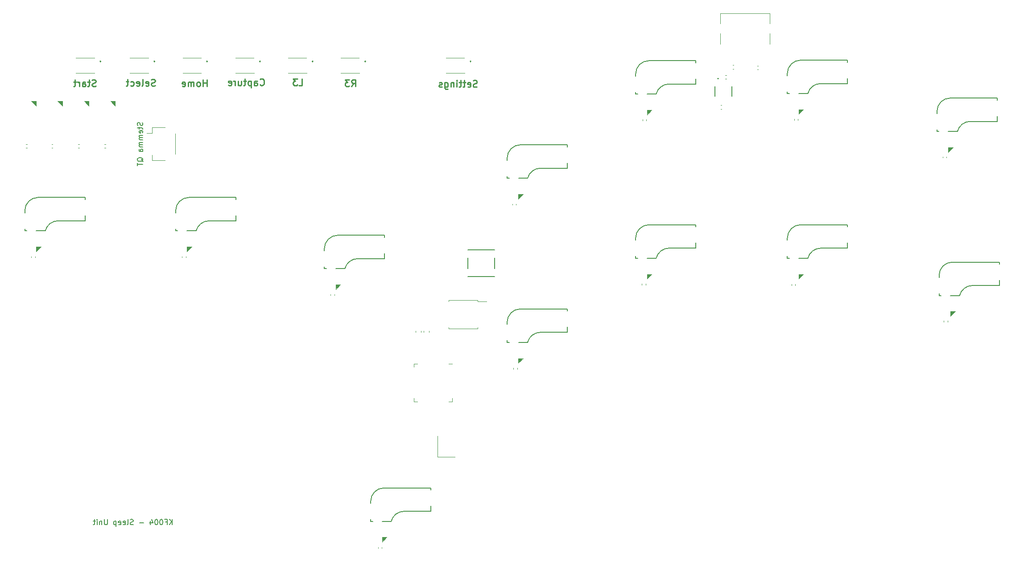
<source format=gbo>
G04 #@! TF.GenerationSoftware,KiCad,Pcbnew,(6.0.0)*
G04 #@! TF.CreationDate,2022-01-07T15:37:39-06:00*
G04 #@! TF.ProjectId,2.0,322e302e-6b69-4636-9164-5f7063625858,2.0*
G04 #@! TF.SameCoordinates,Original*
G04 #@! TF.FileFunction,Legend,Bot*
G04 #@! TF.FilePolarity,Positive*
%FSLAX46Y46*%
G04 Gerber Fmt 4.6, Leading zero omitted, Abs format (unit mm)*
G04 Created by KiCad (PCBNEW (6.0.0)) date 2022-01-07 15:37:39*
%MOMM*%
%LPD*%
G01*
G04 APERTURE LIST*
%ADD10C,0.150000*%
%ADD11C,0.254000*%
%ADD12C,0.100000*%
%ADD13C,0.120000*%
%ADD14C,0.200000*%
%ADD15C,0.127000*%
G04 APERTURE END LIST*
D10*
X88378571Y-122402380D02*
X88378571Y-121402380D01*
X87807142Y-122402380D02*
X88235714Y-121830952D01*
X87807142Y-121402380D02*
X88378571Y-121973809D01*
X87045238Y-121878571D02*
X87378571Y-121878571D01*
X87378571Y-122402380D02*
X87378571Y-121402380D01*
X86902380Y-121402380D01*
X86330952Y-121402380D02*
X86235714Y-121402380D01*
X86140476Y-121450000D01*
X86092857Y-121497619D01*
X86045238Y-121592857D01*
X85997619Y-121783333D01*
X85997619Y-122021428D01*
X86045238Y-122211904D01*
X86092857Y-122307142D01*
X86140476Y-122354761D01*
X86235714Y-122402380D01*
X86330952Y-122402380D01*
X86426190Y-122354761D01*
X86473809Y-122307142D01*
X86521428Y-122211904D01*
X86569047Y-122021428D01*
X86569047Y-121783333D01*
X86521428Y-121592857D01*
X86473809Y-121497619D01*
X86426190Y-121450000D01*
X86330952Y-121402380D01*
X85378571Y-121402380D02*
X85283333Y-121402380D01*
X85188095Y-121450000D01*
X85140476Y-121497619D01*
X85092857Y-121592857D01*
X85045238Y-121783333D01*
X85045238Y-122021428D01*
X85092857Y-122211904D01*
X85140476Y-122307142D01*
X85188095Y-122354761D01*
X85283333Y-122402380D01*
X85378571Y-122402380D01*
X85473809Y-122354761D01*
X85521428Y-122307142D01*
X85569047Y-122211904D01*
X85616666Y-122021428D01*
X85616666Y-121783333D01*
X85569047Y-121592857D01*
X85521428Y-121497619D01*
X85473809Y-121450000D01*
X85378571Y-121402380D01*
X84188095Y-121735714D02*
X84188095Y-122402380D01*
X84426190Y-121354761D02*
X84664285Y-122069047D01*
X84045238Y-122069047D01*
X82902380Y-122021428D02*
X82140476Y-122021428D01*
X80950000Y-122354761D02*
X80807142Y-122402380D01*
X80569047Y-122402380D01*
X80473809Y-122354761D01*
X80426190Y-122307142D01*
X80378571Y-122211904D01*
X80378571Y-122116666D01*
X80426190Y-122021428D01*
X80473809Y-121973809D01*
X80569047Y-121926190D01*
X80759523Y-121878571D01*
X80854761Y-121830952D01*
X80902380Y-121783333D01*
X80950000Y-121688095D01*
X80950000Y-121592857D01*
X80902380Y-121497619D01*
X80854761Y-121450000D01*
X80759523Y-121402380D01*
X80521428Y-121402380D01*
X80378571Y-121450000D01*
X79807142Y-122402380D02*
X79902380Y-122354761D01*
X79950000Y-122259523D01*
X79950000Y-121402380D01*
X79045238Y-122354761D02*
X79140476Y-122402380D01*
X79330952Y-122402380D01*
X79426190Y-122354761D01*
X79473809Y-122259523D01*
X79473809Y-121878571D01*
X79426190Y-121783333D01*
X79330952Y-121735714D01*
X79140476Y-121735714D01*
X79045238Y-121783333D01*
X78997619Y-121878571D01*
X78997619Y-121973809D01*
X79473809Y-122069047D01*
X78188095Y-122354761D02*
X78283333Y-122402380D01*
X78473809Y-122402380D01*
X78569047Y-122354761D01*
X78616666Y-122259523D01*
X78616666Y-121878571D01*
X78569047Y-121783333D01*
X78473809Y-121735714D01*
X78283333Y-121735714D01*
X78188095Y-121783333D01*
X78140476Y-121878571D01*
X78140476Y-121973809D01*
X78616666Y-122069047D01*
X77711904Y-121735714D02*
X77711904Y-122735714D01*
X77711904Y-121783333D02*
X77616666Y-121735714D01*
X77426190Y-121735714D01*
X77330952Y-121783333D01*
X77283333Y-121830952D01*
X77235714Y-121926190D01*
X77235714Y-122211904D01*
X77283333Y-122307142D01*
X77330952Y-122354761D01*
X77426190Y-122402380D01*
X77616666Y-122402380D01*
X77711904Y-122354761D01*
X76045238Y-121402380D02*
X76045238Y-122211904D01*
X75997619Y-122307142D01*
X75950000Y-122354761D01*
X75854761Y-122402380D01*
X75664285Y-122402380D01*
X75569047Y-122354761D01*
X75521428Y-122307142D01*
X75473809Y-122211904D01*
X75473809Y-121402380D01*
X74997619Y-121735714D02*
X74997619Y-122402380D01*
X74997619Y-121830952D02*
X74950000Y-121783333D01*
X74854761Y-121735714D01*
X74711904Y-121735714D01*
X74616666Y-121783333D01*
X74569047Y-121878571D01*
X74569047Y-122402380D01*
X74092857Y-122402380D02*
X74092857Y-121735714D01*
X74092857Y-121402380D02*
X74140476Y-121450000D01*
X74092857Y-121497619D01*
X74045238Y-121450000D01*
X74092857Y-121402380D01*
X74092857Y-121497619D01*
X73759523Y-121735714D02*
X73378571Y-121735714D01*
X73616666Y-121402380D02*
X73616666Y-122259523D01*
X73569047Y-122354761D01*
X73473809Y-122402380D01*
X73378571Y-122402380D01*
D11*
G04 #@! TO.C,SW15*
X94928333Y-39074523D02*
X94928333Y-37804523D01*
X94928333Y-38409285D02*
X94202619Y-38409285D01*
X94202619Y-39074523D02*
X94202619Y-37804523D01*
X93416428Y-39074523D02*
X93537380Y-39014047D01*
X93597857Y-38953571D01*
X93658333Y-38832619D01*
X93658333Y-38469761D01*
X93597857Y-38348809D01*
X93537380Y-38288333D01*
X93416428Y-38227857D01*
X93235000Y-38227857D01*
X93114047Y-38288333D01*
X93053571Y-38348809D01*
X92993095Y-38469761D01*
X92993095Y-38832619D01*
X93053571Y-38953571D01*
X93114047Y-39014047D01*
X93235000Y-39074523D01*
X93416428Y-39074523D01*
X92448809Y-39074523D02*
X92448809Y-38227857D01*
X92448809Y-38348809D02*
X92388333Y-38288333D01*
X92267380Y-38227857D01*
X92085952Y-38227857D01*
X91965000Y-38288333D01*
X91904523Y-38409285D01*
X91904523Y-39074523D01*
X91904523Y-38409285D02*
X91844047Y-38288333D01*
X91723095Y-38227857D01*
X91541666Y-38227857D01*
X91420714Y-38288333D01*
X91360238Y-38409285D01*
X91360238Y-39074523D01*
X90271666Y-39014047D02*
X90392619Y-39074523D01*
X90634523Y-39074523D01*
X90755476Y-39014047D01*
X90815952Y-38893095D01*
X90815952Y-38409285D01*
X90755476Y-38288333D01*
X90634523Y-38227857D01*
X90392619Y-38227857D01*
X90271666Y-38288333D01*
X90211190Y-38409285D01*
X90211190Y-38530238D01*
X90815952Y-38651190D01*
G04 #@! TO.C,SW6*
X112411666Y-38874523D02*
X113016428Y-38874523D01*
X113016428Y-37604523D01*
X112109285Y-37604523D02*
X111323095Y-37604523D01*
X111746428Y-38088333D01*
X111565000Y-38088333D01*
X111444047Y-38148809D01*
X111383571Y-38209285D01*
X111323095Y-38330238D01*
X111323095Y-38632619D01*
X111383571Y-38753571D01*
X111444047Y-38814047D01*
X111565000Y-38874523D01*
X111927857Y-38874523D01*
X112048809Y-38814047D01*
X112109285Y-38753571D01*
G04 #@! TO.C,SW16*
X146198333Y-39114047D02*
X146016904Y-39174523D01*
X145714523Y-39174523D01*
X145593571Y-39114047D01*
X145533095Y-39053571D01*
X145472619Y-38932619D01*
X145472619Y-38811666D01*
X145533095Y-38690714D01*
X145593571Y-38630238D01*
X145714523Y-38569761D01*
X145956428Y-38509285D01*
X146077380Y-38448809D01*
X146137857Y-38388333D01*
X146198333Y-38267380D01*
X146198333Y-38146428D01*
X146137857Y-38025476D01*
X146077380Y-37965000D01*
X145956428Y-37904523D01*
X145654047Y-37904523D01*
X145472619Y-37965000D01*
X144444523Y-39114047D02*
X144565476Y-39174523D01*
X144807380Y-39174523D01*
X144928333Y-39114047D01*
X144988809Y-38993095D01*
X144988809Y-38509285D01*
X144928333Y-38388333D01*
X144807380Y-38327857D01*
X144565476Y-38327857D01*
X144444523Y-38388333D01*
X144384047Y-38509285D01*
X144384047Y-38630238D01*
X144988809Y-38751190D01*
X144021190Y-38327857D02*
X143537380Y-38327857D01*
X143839761Y-37904523D02*
X143839761Y-38993095D01*
X143779285Y-39114047D01*
X143658333Y-39174523D01*
X143537380Y-39174523D01*
X143295476Y-38327857D02*
X142811666Y-38327857D01*
X143114047Y-37904523D02*
X143114047Y-38993095D01*
X143053571Y-39114047D01*
X142932619Y-39174523D01*
X142811666Y-39174523D01*
X142388333Y-39174523D02*
X142388333Y-38327857D01*
X142388333Y-37904523D02*
X142448809Y-37965000D01*
X142388333Y-38025476D01*
X142327857Y-37965000D01*
X142388333Y-37904523D01*
X142388333Y-38025476D01*
X141783571Y-38327857D02*
X141783571Y-39174523D01*
X141783571Y-38448809D02*
X141723095Y-38388333D01*
X141602142Y-38327857D01*
X141420714Y-38327857D01*
X141299761Y-38388333D01*
X141239285Y-38509285D01*
X141239285Y-39174523D01*
X140090238Y-38327857D02*
X140090238Y-39355952D01*
X140150714Y-39476904D01*
X140211190Y-39537380D01*
X140332142Y-39597857D01*
X140513571Y-39597857D01*
X140634523Y-39537380D01*
X140090238Y-39114047D02*
X140211190Y-39174523D01*
X140453095Y-39174523D01*
X140574047Y-39114047D01*
X140634523Y-39053571D01*
X140695000Y-38932619D01*
X140695000Y-38569761D01*
X140634523Y-38448809D01*
X140574047Y-38388333D01*
X140453095Y-38327857D01*
X140211190Y-38327857D01*
X140090238Y-38388333D01*
X139545952Y-39114047D02*
X139425000Y-39174523D01*
X139183095Y-39174523D01*
X139062142Y-39114047D01*
X139001666Y-38993095D01*
X139001666Y-38932619D01*
X139062142Y-38811666D01*
X139183095Y-38751190D01*
X139364523Y-38751190D01*
X139485476Y-38690714D01*
X139545952Y-38569761D01*
X139545952Y-38509285D01*
X139485476Y-38388333D01*
X139364523Y-38327857D01*
X139183095Y-38327857D01*
X139062142Y-38388333D01*
D10*
G04 #@! TO.C,Stemma QT*
X82704761Y-45938571D02*
X82752380Y-46081428D01*
X82752380Y-46319523D01*
X82704761Y-46414761D01*
X82657142Y-46462380D01*
X82561904Y-46510000D01*
X82466666Y-46510000D01*
X82371428Y-46462380D01*
X82323809Y-46414761D01*
X82276190Y-46319523D01*
X82228571Y-46129047D01*
X82180952Y-46033809D01*
X82133333Y-45986190D01*
X82038095Y-45938571D01*
X81942857Y-45938571D01*
X81847619Y-45986190D01*
X81800000Y-46033809D01*
X81752380Y-46129047D01*
X81752380Y-46367142D01*
X81800000Y-46510000D01*
X82085714Y-46795714D02*
X82085714Y-47176666D01*
X81752380Y-46938571D02*
X82609523Y-46938571D01*
X82704761Y-46986190D01*
X82752380Y-47081428D01*
X82752380Y-47176666D01*
X82704761Y-47890952D02*
X82752380Y-47795714D01*
X82752380Y-47605238D01*
X82704761Y-47510000D01*
X82609523Y-47462380D01*
X82228571Y-47462380D01*
X82133333Y-47510000D01*
X82085714Y-47605238D01*
X82085714Y-47795714D01*
X82133333Y-47890952D01*
X82228571Y-47938571D01*
X82323809Y-47938571D01*
X82419047Y-47462380D01*
X82752380Y-48367142D02*
X82085714Y-48367142D01*
X82180952Y-48367142D02*
X82133333Y-48414761D01*
X82085714Y-48510000D01*
X82085714Y-48652857D01*
X82133333Y-48748095D01*
X82228571Y-48795714D01*
X82752380Y-48795714D01*
X82228571Y-48795714D02*
X82133333Y-48843333D01*
X82085714Y-48938571D01*
X82085714Y-49081428D01*
X82133333Y-49176666D01*
X82228571Y-49224285D01*
X82752380Y-49224285D01*
X82752380Y-49700476D02*
X82085714Y-49700476D01*
X82180952Y-49700476D02*
X82133333Y-49748095D01*
X82085714Y-49843333D01*
X82085714Y-49986190D01*
X82133333Y-50081428D01*
X82228571Y-50129047D01*
X82752380Y-50129047D01*
X82228571Y-50129047D02*
X82133333Y-50176666D01*
X82085714Y-50271904D01*
X82085714Y-50414761D01*
X82133333Y-50510000D01*
X82228571Y-50557619D01*
X82752380Y-50557619D01*
X82752380Y-51462380D02*
X82228571Y-51462380D01*
X82133333Y-51414761D01*
X82085714Y-51319523D01*
X82085714Y-51129047D01*
X82133333Y-51033809D01*
X82704761Y-51462380D02*
X82752380Y-51367142D01*
X82752380Y-51129047D01*
X82704761Y-51033809D01*
X82609523Y-50986190D01*
X82514285Y-50986190D01*
X82419047Y-51033809D01*
X82371428Y-51129047D01*
X82371428Y-51367142D01*
X82323809Y-51462380D01*
X82847619Y-53367142D02*
X82800000Y-53271904D01*
X82704761Y-53176666D01*
X82561904Y-53033809D01*
X82514285Y-52938571D01*
X82514285Y-52843333D01*
X82752380Y-52890952D02*
X82704761Y-52795714D01*
X82609523Y-52700476D01*
X82419047Y-52652857D01*
X82085714Y-52652857D01*
X81895238Y-52700476D01*
X81800000Y-52795714D01*
X81752380Y-52890952D01*
X81752380Y-53081428D01*
X81800000Y-53176666D01*
X81895238Y-53271904D01*
X82085714Y-53319523D01*
X82419047Y-53319523D01*
X82609523Y-53271904D01*
X82704761Y-53176666D01*
X82752380Y-53081428D01*
X82752380Y-52890952D01*
X81752380Y-53605238D02*
X81752380Y-54176666D01*
X82752380Y-53890952D02*
X81752380Y-53890952D01*
D11*
G04 #@! TO.C,SW11*
X122411666Y-39074523D02*
X122835000Y-38469761D01*
X123137380Y-39074523D02*
X123137380Y-37804523D01*
X122653571Y-37804523D01*
X122532619Y-37865000D01*
X122472142Y-37925476D01*
X122411666Y-38046428D01*
X122411666Y-38227857D01*
X122472142Y-38348809D01*
X122532619Y-38409285D01*
X122653571Y-38469761D01*
X123137380Y-38469761D01*
X121988333Y-37804523D02*
X121202142Y-37804523D01*
X121625476Y-38288333D01*
X121444047Y-38288333D01*
X121323095Y-38348809D01*
X121262619Y-38409285D01*
X121202142Y-38530238D01*
X121202142Y-38832619D01*
X121262619Y-38953571D01*
X121323095Y-39014047D01*
X121444047Y-39074523D01*
X121806904Y-39074523D01*
X121927857Y-39014047D01*
X121988333Y-38953571D01*
G04 #@! TO.C,SW5*
X73856190Y-39014047D02*
X73674761Y-39074523D01*
X73372380Y-39074523D01*
X73251428Y-39014047D01*
X73190952Y-38953571D01*
X73130476Y-38832619D01*
X73130476Y-38711666D01*
X73190952Y-38590714D01*
X73251428Y-38530238D01*
X73372380Y-38469761D01*
X73614285Y-38409285D01*
X73735238Y-38348809D01*
X73795714Y-38288333D01*
X73856190Y-38167380D01*
X73856190Y-38046428D01*
X73795714Y-37925476D01*
X73735238Y-37865000D01*
X73614285Y-37804523D01*
X73311904Y-37804523D01*
X73130476Y-37865000D01*
X72767619Y-38227857D02*
X72283809Y-38227857D01*
X72586190Y-37804523D02*
X72586190Y-38893095D01*
X72525714Y-39014047D01*
X72404761Y-39074523D01*
X72283809Y-39074523D01*
X71316190Y-39074523D02*
X71316190Y-38409285D01*
X71376666Y-38288333D01*
X71497619Y-38227857D01*
X71739523Y-38227857D01*
X71860476Y-38288333D01*
X71316190Y-39014047D02*
X71437142Y-39074523D01*
X71739523Y-39074523D01*
X71860476Y-39014047D01*
X71920952Y-38893095D01*
X71920952Y-38772142D01*
X71860476Y-38651190D01*
X71739523Y-38590714D01*
X71437142Y-38590714D01*
X71316190Y-38530238D01*
X70711428Y-39074523D02*
X70711428Y-38227857D01*
X70711428Y-38469761D02*
X70650952Y-38348809D01*
X70590476Y-38288333D01*
X70469523Y-38227857D01*
X70348571Y-38227857D01*
X70106666Y-38227857D02*
X69622857Y-38227857D01*
X69925238Y-37804523D02*
X69925238Y-38893095D01*
X69864761Y-39014047D01*
X69743809Y-39074523D01*
X69622857Y-39074523D01*
G04 #@! TO.C,SW10*
X85091190Y-38914047D02*
X84909761Y-38974523D01*
X84607380Y-38974523D01*
X84486428Y-38914047D01*
X84425952Y-38853571D01*
X84365476Y-38732619D01*
X84365476Y-38611666D01*
X84425952Y-38490714D01*
X84486428Y-38430238D01*
X84607380Y-38369761D01*
X84849285Y-38309285D01*
X84970238Y-38248809D01*
X85030714Y-38188333D01*
X85091190Y-38067380D01*
X85091190Y-37946428D01*
X85030714Y-37825476D01*
X84970238Y-37765000D01*
X84849285Y-37704523D01*
X84546904Y-37704523D01*
X84365476Y-37765000D01*
X83337380Y-38914047D02*
X83458333Y-38974523D01*
X83700238Y-38974523D01*
X83821190Y-38914047D01*
X83881666Y-38793095D01*
X83881666Y-38309285D01*
X83821190Y-38188333D01*
X83700238Y-38127857D01*
X83458333Y-38127857D01*
X83337380Y-38188333D01*
X83276904Y-38309285D01*
X83276904Y-38430238D01*
X83881666Y-38551190D01*
X82551190Y-38974523D02*
X82672142Y-38914047D01*
X82732619Y-38793095D01*
X82732619Y-37704523D01*
X81583571Y-38914047D02*
X81704523Y-38974523D01*
X81946428Y-38974523D01*
X82067380Y-38914047D01*
X82127857Y-38793095D01*
X82127857Y-38309285D01*
X82067380Y-38188333D01*
X81946428Y-38127857D01*
X81704523Y-38127857D01*
X81583571Y-38188333D01*
X81523095Y-38309285D01*
X81523095Y-38430238D01*
X82127857Y-38551190D01*
X80434523Y-38914047D02*
X80555476Y-38974523D01*
X80797380Y-38974523D01*
X80918333Y-38914047D01*
X80978809Y-38853571D01*
X81039285Y-38732619D01*
X81039285Y-38369761D01*
X80978809Y-38248809D01*
X80918333Y-38188333D01*
X80797380Y-38127857D01*
X80555476Y-38127857D01*
X80434523Y-38188333D01*
X80071666Y-38127857D02*
X79587857Y-38127857D01*
X79890238Y-37704523D02*
X79890238Y-38793095D01*
X79829761Y-38914047D01*
X79708809Y-38974523D01*
X79587857Y-38974523D01*
G04 #@! TO.C,SW19*
X105030714Y-38753571D02*
X105091190Y-38814047D01*
X105272619Y-38874523D01*
X105393571Y-38874523D01*
X105575000Y-38814047D01*
X105695952Y-38693095D01*
X105756428Y-38572142D01*
X105816904Y-38330238D01*
X105816904Y-38148809D01*
X105756428Y-37906904D01*
X105695952Y-37785952D01*
X105575000Y-37665000D01*
X105393571Y-37604523D01*
X105272619Y-37604523D01*
X105091190Y-37665000D01*
X105030714Y-37725476D01*
X103942142Y-38874523D02*
X103942142Y-38209285D01*
X104002619Y-38088333D01*
X104123571Y-38027857D01*
X104365476Y-38027857D01*
X104486428Y-38088333D01*
X103942142Y-38814047D02*
X104063095Y-38874523D01*
X104365476Y-38874523D01*
X104486428Y-38814047D01*
X104546904Y-38693095D01*
X104546904Y-38572142D01*
X104486428Y-38451190D01*
X104365476Y-38390714D01*
X104063095Y-38390714D01*
X103942142Y-38330238D01*
X103337380Y-38027857D02*
X103337380Y-39297857D01*
X103337380Y-38088333D02*
X103216428Y-38027857D01*
X102974523Y-38027857D01*
X102853571Y-38088333D01*
X102793095Y-38148809D01*
X102732619Y-38269761D01*
X102732619Y-38632619D01*
X102793095Y-38753571D01*
X102853571Y-38814047D01*
X102974523Y-38874523D01*
X103216428Y-38874523D01*
X103337380Y-38814047D01*
X102369761Y-38027857D02*
X101885952Y-38027857D01*
X102188333Y-37604523D02*
X102188333Y-38693095D01*
X102127857Y-38814047D01*
X102006904Y-38874523D01*
X101885952Y-38874523D01*
X100918333Y-38027857D02*
X100918333Y-38874523D01*
X101462619Y-38027857D02*
X101462619Y-38693095D01*
X101402142Y-38814047D01*
X101281190Y-38874523D01*
X101099761Y-38874523D01*
X100978809Y-38814047D01*
X100918333Y-38753571D01*
X100313571Y-38874523D02*
X100313571Y-38027857D01*
X100313571Y-38269761D02*
X100253095Y-38148809D01*
X100192619Y-38088333D01*
X100071666Y-38027857D01*
X99950714Y-38027857D01*
X99043571Y-38814047D02*
X99164523Y-38874523D01*
X99406428Y-38874523D01*
X99527380Y-38814047D01*
X99587857Y-38693095D01*
X99587857Y-38209285D01*
X99527380Y-38088333D01*
X99406428Y-38027857D01*
X99164523Y-38027857D01*
X99043571Y-38088333D01*
X98983095Y-38209285D01*
X98983095Y-38330238D01*
X99587857Y-38451190D01*
D12*
G04 #@! TO.C,D7*
X236085000Y-82760001D02*
X236985000Y-81860001D01*
X236985000Y-81860001D02*
X236085000Y-81860001D01*
X236085000Y-81860001D02*
X236085000Y-82760001D01*
G36*
X236085000Y-82760001D02*
G01*
X236085000Y-81860001D01*
X236985000Y-81860001D01*
X236085000Y-82760001D01*
G37*
X236085000Y-82760001D02*
X236085000Y-81860001D01*
X236985000Y-81860001D01*
X236085000Y-82760001D01*
G04 #@! TO.C,D4*
X91155000Y-70460001D02*
X92055000Y-69560001D01*
X92055000Y-69560001D02*
X91155000Y-69560001D01*
X91155000Y-69560001D02*
X91155000Y-70460001D01*
G36*
X91155000Y-70460001D02*
G01*
X91155000Y-69560001D01*
X92055000Y-69560001D01*
X91155000Y-70460001D01*
G37*
X91155000Y-70460001D02*
X91155000Y-69560001D01*
X92055000Y-69560001D01*
X91155000Y-70460001D01*
G04 #@! TO.C,D1*
X154085000Y-91660001D02*
X154985000Y-90760001D01*
X154985000Y-90760001D02*
X154085000Y-90760001D01*
X154085000Y-90760001D02*
X154085000Y-91660001D01*
G36*
X154085000Y-91660001D02*
G01*
X154085000Y-90760001D01*
X154985000Y-90760001D01*
X154085000Y-91660001D01*
G37*
X154085000Y-91660001D02*
X154085000Y-90760001D01*
X154985000Y-90760001D01*
X154085000Y-91660001D01*
D10*
G04 #@! TO.C,SW14*
X209020838Y-71725000D02*
X207294000Y-71725000D01*
X216565000Y-69820000D02*
X211485000Y-69820000D01*
X207675000Y-65375000D02*
X216565000Y-65375000D01*
X205516000Y-71725000D02*
X205135000Y-71725000D01*
X216565000Y-65375000D02*
X216565000Y-65756000D01*
X205135000Y-67915000D02*
X205135000Y-68296000D01*
X205135000Y-71344000D02*
X205135000Y-71725000D01*
X216565000Y-68804000D02*
X216565000Y-69820000D01*
X207675000Y-65375000D02*
G75*
G03*
X205135000Y-67915000I1J-2540001D01*
G01*
X211485000Y-69819999D02*
G75*
G03*
X209020838Y-71743960I0J-2540000D01*
G01*
D12*
G04 #@! TO.C,D2*
X62520000Y-70460001D02*
X63420000Y-69560001D01*
X63420000Y-69560001D02*
X62520000Y-69560001D01*
X62520000Y-69560001D02*
X62520000Y-70460001D01*
G36*
X62520000Y-70460001D02*
G01*
X62520000Y-69560001D01*
X63420000Y-69560001D01*
X62520000Y-70460001D01*
G37*
X62520000Y-70460001D02*
X62520000Y-69560001D01*
X63420000Y-69560001D01*
X62520000Y-70460001D01*
D10*
G04 #@! TO.C,SW20*
X128580000Y-115405000D02*
X137470000Y-115405000D01*
X126040000Y-121374000D02*
X126040000Y-121755000D01*
X126421000Y-121755000D02*
X126040000Y-121755000D01*
X137470000Y-118834000D02*
X137470000Y-119850000D01*
X129925838Y-121755000D02*
X128199000Y-121755000D01*
X137470000Y-115405000D02*
X137470000Y-115786000D01*
X137470000Y-119850000D02*
X132390000Y-119850000D01*
X126040000Y-117945000D02*
X126040000Y-118326000D01*
X132390000Y-119849999D02*
G75*
G03*
X129925838Y-121773960I0J-2540000D01*
G01*
X128580000Y-115405000D02*
G75*
G03*
X126040000Y-117945000I1J-2540001D01*
G01*
D12*
G04 #@! TO.C,D12*
X178485000Y-44460001D02*
X179385000Y-43560001D01*
X179385000Y-43560001D02*
X178485000Y-43560001D01*
X178485000Y-43560001D02*
X178485000Y-44460001D01*
G36*
X178485000Y-44460001D02*
G01*
X178485000Y-43560001D01*
X179385000Y-43560001D01*
X178485000Y-44460001D01*
G37*
X178485000Y-44460001D02*
X178485000Y-43560001D01*
X179385000Y-43560001D01*
X178485000Y-44460001D01*
G04 #@! TO.C,D15*
X76629999Y-41860000D02*
X77529999Y-42760000D01*
X77529999Y-42760000D02*
X77529999Y-41860000D01*
X77529999Y-41860000D02*
X76629999Y-41860000D01*
G36*
X77529999Y-42760000D02*
G01*
X76629999Y-41860000D01*
X77529999Y-41860000D01*
X77529999Y-42760000D01*
G37*
X77529999Y-42760000D02*
X76629999Y-41860000D01*
X77529999Y-41860000D01*
X77529999Y-42760000D01*
G04 #@! TO.C,D14*
X207285000Y-44360001D02*
X208185000Y-43460001D01*
X208185000Y-43460001D02*
X207285000Y-43460001D01*
X207285000Y-43460001D02*
X207285000Y-44360001D01*
G36*
X207285000Y-44360001D02*
G01*
X207285000Y-43460001D01*
X208185000Y-43460001D01*
X207285000Y-44360001D01*
G37*
X207285000Y-44360001D02*
X207285000Y-43460001D01*
X208185000Y-43460001D01*
X207285000Y-44360001D01*
D10*
G04 #@! TO.C,SW2*
X163365000Y-50175000D02*
X163365000Y-50556000D01*
X163365000Y-54620000D02*
X158285000Y-54620000D01*
X151935000Y-52715000D02*
X151935000Y-53096000D01*
X152316000Y-56525000D02*
X151935000Y-56525000D01*
X163365000Y-53604000D02*
X163365000Y-54620000D01*
X154475000Y-50175000D02*
X163365000Y-50175000D01*
X155820838Y-56525000D02*
X154094000Y-56525000D01*
X151935000Y-56144000D02*
X151935000Y-56525000D01*
X154475000Y-50175000D02*
G75*
G03*
X151935000Y-52715000I1J-2540001D01*
G01*
X158285000Y-54619999D02*
G75*
G03*
X155820838Y-56543960I0J-2540000D01*
G01*
G04 #@! TO.C,SW18*
X245365000Y-72475000D02*
X245365000Y-72856000D01*
X234316000Y-78825000D02*
X233935000Y-78825000D01*
X233935000Y-75015000D02*
X233935000Y-75396000D01*
X245365000Y-75904000D02*
X245365000Y-76920000D01*
X233935000Y-78444000D02*
X233935000Y-78825000D01*
X236475000Y-72475000D02*
X245365000Y-72475000D01*
X245365000Y-76920000D02*
X240285000Y-76920000D01*
X237820838Y-78825000D02*
X236094000Y-78825000D01*
X236475000Y-72475000D02*
G75*
G03*
X233935000Y-75015000I1J-2540001D01*
G01*
X240285000Y-76919999D02*
G75*
G03*
X237820838Y-78843960I0J-2540000D01*
G01*
G04 #@! TO.C,SW4*
X151935000Y-83915000D02*
X151935000Y-84296000D01*
X163365000Y-85820000D02*
X158285000Y-85820000D01*
X152316000Y-87725000D02*
X151935000Y-87725000D01*
X154475000Y-81375000D02*
X163365000Y-81375000D01*
X163365000Y-81375000D02*
X163365000Y-81756000D01*
X163365000Y-84804000D02*
X163365000Y-85820000D01*
X155820838Y-87725000D02*
X154094000Y-87725000D01*
X151935000Y-87344000D02*
X151935000Y-87725000D01*
X154475000Y-81375000D02*
G75*
G03*
X151935000Y-83915000I1J-2540001D01*
G01*
X158285000Y-85819999D02*
G75*
G03*
X155820838Y-87743960I0J-2540000D01*
G01*
G04 #@! TO.C,SW12*
X121125838Y-73725000D02*
X119399000Y-73725000D01*
X128670000Y-71820000D02*
X123590000Y-71820000D01*
X128670000Y-67375000D02*
X128670000Y-67756000D01*
X117240000Y-73344000D02*
X117240000Y-73725000D01*
X128670000Y-70804000D02*
X128670000Y-71820000D01*
X117240000Y-69915000D02*
X117240000Y-70296000D01*
X119780000Y-67375000D02*
X128670000Y-67375000D01*
X117621000Y-73725000D02*
X117240000Y-73725000D01*
X119780000Y-67375000D02*
G75*
G03*
X117240000Y-69915000I1J-2540001D01*
G01*
X123590000Y-71819999D02*
G75*
G03*
X121125838Y-73743960I0J-2540000D01*
G01*
G04 #@! TO.C,SW7*
X100435000Y-64620000D02*
X95355000Y-64620000D01*
X100435000Y-60175000D02*
X100435000Y-60556000D01*
X100435000Y-63604000D02*
X100435000Y-64620000D01*
X89005000Y-66144000D02*
X89005000Y-66525000D01*
X92890838Y-66525000D02*
X91164000Y-66525000D01*
X91545000Y-60175000D02*
X100435000Y-60175000D01*
X89386000Y-66525000D02*
X89005000Y-66525000D01*
X89005000Y-62715000D02*
X89005000Y-63096000D01*
X91545000Y-60175000D02*
G75*
G03*
X89005000Y-62715000I1J-2540001D01*
G01*
X95355000Y-64619999D02*
G75*
G03*
X92890838Y-66543960I0J-2540000D01*
G01*
D12*
G04 #@! TO.C,D8*
X128190000Y-125690001D02*
X129090000Y-124790001D01*
X129090000Y-124790001D02*
X128190000Y-124790001D01*
X128190000Y-124790001D02*
X128190000Y-125690001D01*
G36*
X128190000Y-125690001D02*
G01*
X128190000Y-124790001D01*
X129090000Y-124790001D01*
X128190000Y-125690001D01*
G37*
X128190000Y-125690001D02*
X128190000Y-124790001D01*
X129090000Y-124790001D01*
X128190000Y-125690001D01*
G04 #@! TO.C,D5*
X207285000Y-75660001D02*
X208185000Y-74760001D01*
X208185000Y-74760001D02*
X207285000Y-74760001D01*
X207285000Y-74760001D02*
X207285000Y-75660001D01*
G36*
X207285000Y-75660001D02*
G01*
X207285000Y-74760001D01*
X208185000Y-74760001D01*
X207285000Y-75660001D01*
G37*
X207285000Y-75660001D02*
X207285000Y-74760001D01*
X208185000Y-74760001D01*
X207285000Y-75660001D01*
G04 #@! TO.C,D3*
X178485000Y-75660001D02*
X179385000Y-74760001D01*
X179385000Y-74760001D02*
X178485000Y-74760001D01*
X178485000Y-74760001D02*
X178485000Y-75660001D01*
G36*
X178485000Y-75660001D02*
G01*
X178485000Y-74760001D01*
X179385000Y-74760001D01*
X178485000Y-75660001D01*
G37*
X178485000Y-75660001D02*
X178485000Y-74760001D01*
X179385000Y-74760001D01*
X178485000Y-75660001D01*
D10*
G04 #@! TO.C,SW3*
X71800000Y-60175000D02*
X71800000Y-60556000D01*
X60370000Y-66144000D02*
X60370000Y-66525000D01*
X62910000Y-60175000D02*
X71800000Y-60175000D01*
X64255838Y-66525000D02*
X62529000Y-66525000D01*
X60751000Y-66525000D02*
X60370000Y-66525000D01*
X71800000Y-64620000D02*
X66720000Y-64620000D01*
X71800000Y-63604000D02*
X71800000Y-64620000D01*
X60370000Y-62715000D02*
X60370000Y-63096000D01*
X66720000Y-64619999D02*
G75*
G03*
X64255838Y-66543960I0J-2540000D01*
G01*
X62910000Y-60175000D02*
G75*
G03*
X60370000Y-62715000I1J-2540001D01*
G01*
D12*
G04 #@! TO.C,D6*
X119390000Y-77660001D02*
X120290000Y-76760001D01*
X120290000Y-76760001D02*
X119390000Y-76760001D01*
X119390000Y-76760001D02*
X119390000Y-77660001D01*
G36*
X119390000Y-77660001D02*
G01*
X119390000Y-76760001D01*
X120290000Y-76760001D01*
X119390000Y-77660001D01*
G37*
X119390000Y-77660001D02*
X119390000Y-76760001D01*
X120290000Y-76760001D01*
X119390000Y-77660001D01*
D10*
G04 #@! TO.C,SW8*
X187765000Y-34175000D02*
X187765000Y-34556000D01*
X178875000Y-34175000D02*
X187765000Y-34175000D01*
X187765000Y-37604000D02*
X187765000Y-38620000D01*
X180220838Y-40525000D02*
X178494000Y-40525000D01*
X176335000Y-36715000D02*
X176335000Y-37096000D01*
X176716000Y-40525000D02*
X176335000Y-40525000D01*
X187765000Y-38620000D02*
X182685000Y-38620000D01*
X176335000Y-40144000D02*
X176335000Y-40525000D01*
X178875000Y-34175000D02*
G75*
G03*
X176335000Y-36715000I1J-2540001D01*
G01*
X182685000Y-38619999D02*
G75*
G03*
X180220838Y-40543960I0J-2540000D01*
G01*
D12*
G04 #@! TO.C,D10*
X154085000Y-60460001D02*
X154985000Y-59560001D01*
X154985000Y-59560001D02*
X154085000Y-59560001D01*
X154085000Y-59560001D02*
X154085000Y-60460001D01*
G36*
X154085000Y-60460001D02*
G01*
X154085000Y-59560001D01*
X154985000Y-59560001D01*
X154085000Y-60460001D01*
G37*
X154085000Y-60460001D02*
X154085000Y-59560001D01*
X154985000Y-59560001D01*
X154085000Y-60460001D01*
G04 #@! TO.C,D16*
X235685000Y-51560001D02*
X236585000Y-50660001D01*
X236585000Y-50660001D02*
X235685000Y-50660001D01*
X235685000Y-50660001D02*
X235685000Y-51560001D01*
G36*
X235685000Y-51560001D02*
G01*
X235685000Y-50660001D01*
X236585000Y-50660001D01*
X235685000Y-51560001D01*
G37*
X235685000Y-51560001D02*
X235685000Y-50660001D01*
X236585000Y-50660001D01*
X235685000Y-51560001D01*
G04 #@! TO.C,D11*
X66629999Y-41860000D02*
X67529999Y-42760000D01*
X67529999Y-42760000D02*
X67529999Y-41860000D01*
X67529999Y-41860000D02*
X66629999Y-41860000D01*
G36*
X67529999Y-42760000D02*
G01*
X66629999Y-41860000D01*
X67529999Y-41860000D01*
X67529999Y-42760000D01*
G37*
X67529999Y-42760000D02*
X66629999Y-41860000D01*
X67529999Y-41860000D01*
X67529999Y-42760000D01*
D10*
G04 #@! TO.C,SW17*
X244965000Y-45720000D02*
X239885000Y-45720000D01*
X236075000Y-41275000D02*
X244965000Y-41275000D01*
X233535000Y-43815000D02*
X233535000Y-44196000D01*
X233916000Y-47625000D02*
X233535000Y-47625000D01*
X233535000Y-47244000D02*
X233535000Y-47625000D01*
X244965000Y-44704000D02*
X244965000Y-45720000D01*
X237420838Y-47625000D02*
X235694000Y-47625000D01*
X244965000Y-41275000D02*
X244965000Y-41656000D01*
X239885000Y-45719999D02*
G75*
G03*
X237420838Y-47643960I0J-2540000D01*
G01*
X236075000Y-41275000D02*
G75*
G03*
X233535000Y-43815000I1J-2540001D01*
G01*
D12*
G04 #@! TO.C,D13*
X71629999Y-41860000D02*
X72529999Y-42760000D01*
X72529999Y-42760000D02*
X72529999Y-41860000D01*
X72529999Y-41860000D02*
X71629999Y-41860000D01*
G36*
X72529999Y-42760000D02*
G01*
X71629999Y-41860000D01*
X72529999Y-41860000D01*
X72529999Y-42760000D01*
G37*
X72529999Y-42760000D02*
X71629999Y-41860000D01*
X72529999Y-41860000D01*
X72529999Y-42760000D01*
G04 #@! TO.C,D9*
X61629999Y-41860000D02*
X62529999Y-42760000D01*
X62529999Y-42760000D02*
X62529999Y-41860000D01*
X62529999Y-41860000D02*
X61629999Y-41860000D01*
G36*
X62529999Y-42760000D02*
G01*
X61629999Y-41860000D01*
X62529999Y-41860000D01*
X62529999Y-42760000D01*
G37*
X62529999Y-42760000D02*
X61629999Y-41860000D01*
X62529999Y-41860000D01*
X62529999Y-42760000D01*
D10*
G04 #@! TO.C,SW13*
X209020838Y-40425000D02*
X207294000Y-40425000D01*
X205135000Y-36615000D02*
X205135000Y-36996000D01*
X216565000Y-38520000D02*
X211485000Y-38520000D01*
X207675000Y-34075000D02*
X216565000Y-34075000D01*
X205516000Y-40425000D02*
X205135000Y-40425000D01*
X205135000Y-40044000D02*
X205135000Y-40425000D01*
X216565000Y-34075000D02*
X216565000Y-34456000D01*
X216565000Y-37504000D02*
X216565000Y-38520000D01*
X211485000Y-38519999D02*
G75*
G03*
X209020838Y-40443960I0J-2540000D01*
G01*
X207675000Y-34075000D02*
G75*
G03*
X205135000Y-36615000I1J-2540001D01*
G01*
G04 #@! TO.C,SW9*
X187765000Y-68804000D02*
X187765000Y-69820000D01*
X176335000Y-67915000D02*
X176335000Y-68296000D01*
X176716000Y-71725000D02*
X176335000Y-71725000D01*
X187765000Y-69820000D02*
X182685000Y-69820000D01*
X187765000Y-65375000D02*
X187765000Y-65756000D01*
X180220838Y-71725000D02*
X178494000Y-71725000D01*
X178875000Y-65375000D02*
X187765000Y-65375000D01*
X176335000Y-71344000D02*
X176335000Y-71725000D01*
X178875000Y-65375000D02*
G75*
G03*
X176335000Y-67915000I1J-2540001D01*
G01*
X182685000Y-69819999D02*
G75*
G03*
X180220838Y-71743960I0J-2540000D01*
G01*
D13*
G04 #@! TO.C,C4*
X192462164Y-42640000D02*
X192677836Y-42640000D01*
X192462164Y-43360000D02*
X192677836Y-43360000D01*
G04 #@! TO.C,U2*
X140875000Y-85125000D02*
X140875000Y-84865000D01*
X143600000Y-79675000D02*
X140875000Y-79675000D01*
X146325000Y-85125000D02*
X146325000Y-84865000D01*
X140875000Y-79675000D02*
X140875000Y-79935000D01*
X143600000Y-85125000D02*
X140875000Y-85125000D01*
X143600000Y-79675000D02*
X146325000Y-79675000D01*
X143600000Y-85125000D02*
X146325000Y-85125000D01*
X146325000Y-79935000D02*
X148000000Y-79935000D01*
X146325000Y-79675000D02*
X146325000Y-79935000D01*
G04 #@! TO.C,R3*
X137100000Y-85559420D02*
X137100000Y-85840580D01*
X136080000Y-85559420D02*
X136080000Y-85840580D01*
G04 #@! TO.C,C1*
X193577836Y-37660000D02*
X193362164Y-37660000D01*
X193577836Y-36940000D02*
X193362164Y-36940000D01*
G04 #@! TO.C,U3*
X134270000Y-91790000D02*
X134270000Y-92440000D01*
X141490000Y-99010000D02*
X141490000Y-98360000D01*
X134270000Y-99010000D02*
X134270000Y-98360000D01*
X134920000Y-99010000D02*
X134270000Y-99010000D01*
X134920000Y-91790000D02*
X134270000Y-91790000D01*
X140840000Y-99010000D02*
X141490000Y-99010000D01*
X140840000Y-91790000D02*
X141490000Y-91790000D01*
G04 #@! TO.C,R4*
X134580000Y-85559420D02*
X134580000Y-85840580D01*
X135600000Y-85559420D02*
X135600000Y-85840580D01*
G04 #@! TO.C,C19*
X90230000Y-71587836D02*
X90230000Y-71372164D01*
X90950000Y-71587836D02*
X90950000Y-71372164D01*
G04 #@! TO.C,C21*
X60582164Y-50040000D02*
X60797836Y-50040000D01*
X60582164Y-50760000D02*
X60797836Y-50760000D01*
G04 #@! TO.C,C23*
X70482164Y-50760000D02*
X70697836Y-50760000D01*
X70482164Y-50040000D02*
X70697836Y-50040000D01*
D12*
G04 #@! TO.C,SW15*
X93890000Y-36550000D02*
X90340000Y-36550000D01*
D14*
X94990000Y-34200000D02*
X94990000Y-34200000D01*
D12*
X93840000Y-33650000D02*
X90340000Y-33650000D01*
D14*
X94990000Y-34400000D02*
X94990000Y-34400000D01*
X94990000Y-34400000D02*
G75*
G03*
X94990000Y-34200000I0J100000D01*
G01*
X94990000Y-34200000D02*
G75*
G03*
X94990000Y-34400000I0J-100000D01*
G01*
D13*
G04 #@! TO.C,C20*
X178250000Y-76827836D02*
X178250000Y-76612164D01*
X177530000Y-76827836D02*
X177530000Y-76612164D01*
D14*
G04 #@! TO.C,SW1*
X149540000Y-75250000D02*
X144440000Y-75250000D01*
X149540000Y-70150000D02*
X144440000Y-70150000D01*
X149540000Y-71700000D02*
X149540000Y-73700000D01*
X144440000Y-71700000D02*
X144440000Y-73700000D01*
G04 #@! TO.C,SW6*
X114990000Y-34200000D02*
X114990000Y-34200000D01*
D12*
X113840000Y-33650000D02*
X110340000Y-33650000D01*
D14*
X114990000Y-34400000D02*
X114990000Y-34400000D01*
D12*
X113890000Y-36550000D02*
X110340000Y-36550000D01*
D14*
X114990000Y-34200000D02*
G75*
G03*
X114990000Y-34400000I0J-100000D01*
G01*
X114990000Y-34400000D02*
G75*
G03*
X114990000Y-34200000I0J100000D01*
G01*
D12*
G04 #@! TO.C,SW16*
X143890000Y-36550000D02*
X140340000Y-36550000D01*
D14*
X144990000Y-34400000D02*
X144990000Y-34400000D01*
D12*
X143840000Y-33650000D02*
X140340000Y-33650000D01*
D14*
X144990000Y-34200000D02*
X144990000Y-34200000D01*
X144990000Y-34200000D02*
G75*
G03*
X144990000Y-34400000I0J-100000D01*
G01*
X144990000Y-34400000D02*
G75*
G03*
X144990000Y-34200000I0J100000D01*
G01*
D15*
G04 #@! TO.C,U1*
X194569000Y-39100000D02*
X194569000Y-40900000D01*
X191411000Y-39100000D02*
X191411000Y-40900000D01*
D14*
X192090000Y-37600000D02*
G75*
G03*
X192090000Y-37600000I-100000J0D01*
G01*
D13*
G04 #@! TO.C,C27*
X62350000Y-71607836D02*
X62350000Y-71392164D01*
X61630000Y-71607836D02*
X61630000Y-71392164D01*
G04 #@! TO.C,C17*
X235550000Y-83827836D02*
X235550000Y-83612164D01*
X234830000Y-83827836D02*
X234830000Y-83612164D01*
G04 #@! TO.C,C29*
X205930000Y-76907836D02*
X205930000Y-76692164D01*
X206650000Y-76907836D02*
X206650000Y-76692164D01*
G04 #@! TO.C,C25*
X127430000Y-126887836D02*
X127430000Y-126672164D01*
X128150000Y-126887836D02*
X128150000Y-126672164D01*
G04 #@! TO.C,C18*
X75482164Y-50040000D02*
X75697836Y-50040000D01*
X75482164Y-50760000D02*
X75697836Y-50760000D01*
G04 #@! TO.C,C22*
X207150000Y-45507836D02*
X207150000Y-45292164D01*
X206430000Y-45507836D02*
X206430000Y-45292164D01*
G04 #@! TO.C,C32*
X234630000Y-52627836D02*
X234630000Y-52412164D01*
X235350000Y-52627836D02*
X235350000Y-52412164D01*
G04 #@! TO.C,C30*
X119150000Y-78807836D02*
X119150000Y-78592164D01*
X118430000Y-78807836D02*
X118430000Y-78592164D01*
G04 #@! TO.C,R7*
X194762164Y-35040000D02*
X194977836Y-35040000D01*
X194762164Y-35760000D02*
X194977836Y-35760000D01*
G04 #@! TO.C,C31*
X178350000Y-45587836D02*
X178350000Y-45372164D01*
X177630000Y-45587836D02*
X177630000Y-45372164D01*
G04 #@! TO.C,C28*
X153650000Y-61627836D02*
X153650000Y-61412164D01*
X152930000Y-61627836D02*
X152930000Y-61412164D01*
G04 #@! TO.C,Stemma QT*
X84495000Y-46900000D02*
X84495000Y-47950000D01*
X86995000Y-53120000D02*
X84495000Y-53120000D01*
X84495000Y-47950000D02*
X83505000Y-47950000D01*
X88965000Y-48070000D02*
X88965000Y-51950000D01*
X84495000Y-53120000D02*
X84495000Y-52070000D01*
X86995000Y-46900000D02*
X84495000Y-46900000D01*
G04 #@! TO.C,C24*
X65482164Y-50040000D02*
X65697836Y-50040000D01*
X65482164Y-50760000D02*
X65697836Y-50760000D01*
D12*
G04 #@! TO.C,SW11*
X123840000Y-33650000D02*
X120340000Y-33650000D01*
X123890000Y-36550000D02*
X120340000Y-36550000D01*
D14*
X124990000Y-34400000D02*
X124990000Y-34400000D01*
X124990000Y-34200000D02*
X124990000Y-34200000D01*
X124990000Y-34400000D02*
G75*
G03*
X124990000Y-34200000I0J100000D01*
G01*
X124990000Y-34200000D02*
G75*
G03*
X124990000Y-34400000I0J-100000D01*
G01*
G04 #@! TO.C,SW5*
X74740000Y-34400000D02*
X74740000Y-34400000D01*
D12*
X73640000Y-36550000D02*
X70090000Y-36550000D01*
X73590000Y-33650000D02*
X70090000Y-33650000D01*
D14*
X74740000Y-34200000D02*
X74740000Y-34200000D01*
X74740000Y-34400000D02*
G75*
G03*
X74740000Y-34200000I0J100000D01*
G01*
X74740000Y-34200000D02*
G75*
G03*
X74740000Y-34400000I0J-100000D01*
G01*
D13*
G04 #@! TO.C,J1*
X192390000Y-25200000D02*
X201790000Y-25200000D01*
X192390000Y-31000000D02*
X192390000Y-29000000D01*
X201790000Y-31000000D02*
X201790000Y-29000000D01*
X201790000Y-27100000D02*
X201790000Y-25200000D01*
X192390000Y-27100000D02*
X192390000Y-25200000D01*
G04 #@! TO.C,C26*
X153850000Y-92827836D02*
X153850000Y-92612164D01*
X153130000Y-92827836D02*
X153130000Y-92612164D01*
D12*
G04 #@! TO.C,SW10*
X83890000Y-36550000D02*
X80340000Y-36550000D01*
D14*
X84990000Y-34400000D02*
X84990000Y-34400000D01*
D12*
X83840000Y-33650000D02*
X80340000Y-33650000D01*
D14*
X84990000Y-34200000D02*
X84990000Y-34200000D01*
X84990000Y-34200000D02*
G75*
G03*
X84990000Y-34400000I0J-100000D01*
G01*
X84990000Y-34400000D02*
G75*
G03*
X84990000Y-34200000I0J100000D01*
G01*
D13*
G04 #@! TO.C,Y1*
X138745000Y-109500000D02*
X138745000Y-105500000D01*
X142045000Y-109500000D02*
X138745000Y-109500000D01*
G04 #@! TO.C,R6*
X199617836Y-35860000D02*
X199402164Y-35860000D01*
X199617836Y-35140000D02*
X199402164Y-35140000D01*
D12*
G04 #@! TO.C,SW19*
X103890000Y-36550000D02*
X100340000Y-36550000D01*
D14*
X104990000Y-34200000D02*
X104990000Y-34200000D01*
D12*
X103840000Y-33650000D02*
X100340000Y-33650000D01*
D14*
X104990000Y-34400000D02*
X104990000Y-34400000D01*
X104990000Y-34400000D02*
G75*
G03*
X104990000Y-34200000I0J100000D01*
G01*
X104990000Y-34200000D02*
G75*
G03*
X104990000Y-34400000I0J-100000D01*
G01*
G04 #@! TD*
M02*

</source>
